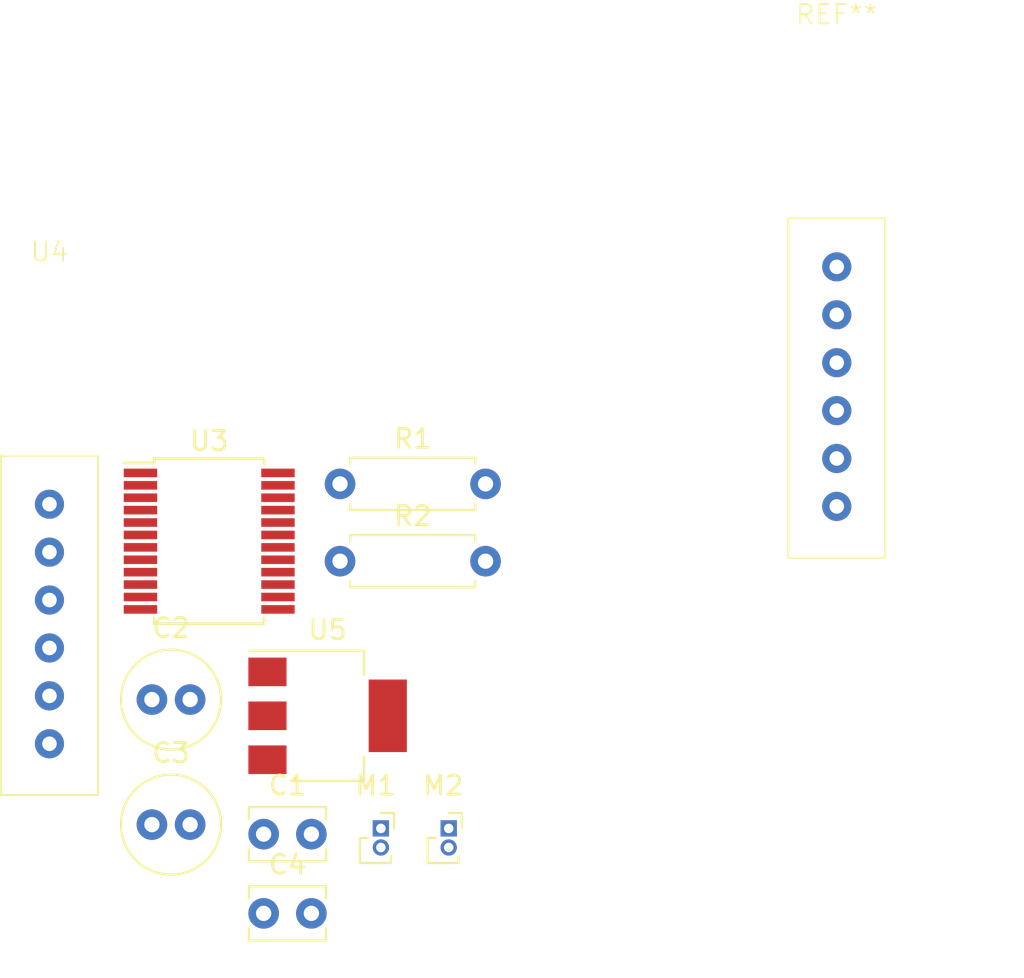
<source format=kicad_pcb>
(kicad_pcb (version 20221018) (generator pcbnew)
  (layers (0 "F.Cu" signal) (31 "B.Cu" signal) (34 "B.Paste" user) (35 "F.Paste" user) (36 "B.SilkS" user "B.Silkscreen") (37 "F.SilkS" user "F.Silkscreen") (38 "B.Mask" user) (39 "F.Mask" user) (44 "Edge.Cuts" user))
  (net 0 "")
  (net 1 "+9V")
  (net 2 "GND")
  (net 3 "+3V3")
  (net 4 "Net-(M1-+)")
  (net 5 "Net-(M1--)")
  (net 6 "Net-(M2-+)")
  (net 7 "Net-(M2--)")
  (net 8 "Echo")
  (net 9 "Net-(U1-ECHO)")
  (net 10 "PWMB")
  (net 11 "BIN2")
  (net 12 "BIN1")
  (net 13 "STBY")
  (net 14 "AIN1")
  (net 15 "AIN2")
  (net 16 "PWMA")
  (net 17 "+5V")
  (net 18 "BT_TXD")
  (net 19 "BT_RXD")
  (net 20 "Net-(U2-Vbat)")
  (footprint "Capacitor_THT:C_Radial_D5.0mm_H11.0mm_P2.00mm" (layer "F.Cu") (at 413.72 275.66)
    (fp_text reference "C3" (at 1 -3.75) (layer "F.SilkS"))
    (fp_text value "10uF")
    (fp_circle (center 1 0) (end 3.62 0) (stroke (width 0.12)) (fill none) (layer "F.SilkS"))
    (pad "1" thru_hole circle (at 0 0) (size 1.6 1.6) (drill 0.8) (layers "*.Cu" "*.Mask") (net 3 "+3V3"))
    (pad "2" thru_hole circle (at 2 0) (size 1.6 1.6) (drill 0.8) (layers "*.Cu" "*.Mask") (net 2 "GND"))
  )
  (footprint "Resistor_THT:R_Axial_DIN0207_L6.3mm_D2.5mm_P7.62mm_Horizontal" (layer "F.Cu") (at 423.57 257.81)
    (fp_text reference "R1" (at 3.81 -2.37) (layer "F.SilkS"))
    (fp_text value "R10K")
    (fp_line (start 0.54 -1.37) (end 7.08 -1.37) (stroke (width 0.12)) (layer "F.SilkS"))
    (fp_line (start 0.54 -1.04) (end 0.54 -1.37) (stroke (width 0.12)) (layer "F.SilkS"))
    (fp_line (start 0.54 1.04) (end 0.54 1.37) (stroke (width 0.12)) (layer "F.SilkS"))
    (fp_line (start 0.54 1.37) (end 7.08 1.37) (stroke (width 0.12)) (layer "F.SilkS"))
    (fp_line (start 7.08 -1.37) (end 7.08 -1.04) (stroke (width 0.12)) (layer "F.SilkS"))
    (fp_line (start 7.08 1.37) (end 7.08 1.04) (stroke (width 0.12)) (layer "F.SilkS"))
    (pad "1" thru_hole circle (at 0 0) (size 1.6 1.6) (drill 0.8) (layers "*.Cu" "*.Mask") (net 8 "Echo"))
    (pad "2" thru_hole oval (at 7.62 0) (size 1.6 1.6) (drill 0.8) (layers "*.Cu" "*.Mask") (net 9 "Net-(U1-ECHO)"))
  )
  (footprint "Capacitor_THT:C_Disc_D3.8mm_W2.6mm_P2.50mm" (layer "F.Cu") (at 419.57 280.31)
    (fp_text reference "C4" (at 1.25 -2.55) (layer "F.SilkS"))
    (fp_text value "0.1uF")
    (fp_line (start -0.77 -1.42) (end -0.77 -0.795) (stroke (width 0.12)) (layer "F.SilkS"))
    (fp_line (start -0.77 -1.42) (end 3.27 -1.42) (stroke (width 0.12)) (layer "F.SilkS"))
    (fp_line (start -0.77 0.795) (end -0.77 1.42) (stroke (width 0.12)) (layer "F.SilkS"))
    (fp_line (start -0.77 1.42) (end 3.27 1.42) (stroke (width 0.12)) (layer "F.SilkS"))
    (fp_line (start 3.27 -1.42) (end 3.27 -0.795) (stroke (width 0.12)) (layer "F.SilkS"))
    (fp_line (start 3.27 0.795) (end 3.27 1.42) (stroke (width 0.12)) (layer "F.SilkS"))
    (pad "1" thru_hole circle (at 0 0) (size 1.6 1.6) (drill 0.8) (layers "*.Cu" "*.Mask") (net 3 "+3V3"))
    (pad "2" thru_hole circle (at 2.5 0) (size 1.6 1.6) (drill 0.8) (layers "*.Cu" "*.Mask") (net 2 "GND"))
  )
  (footprint "Connector_PinSocket_1.00mm:PinSocket_1x02_P1.00mm_Vertical" (layer "F.Cu") (at 429.26 275.86)
    (fp_text reference "M2" (at -0.29 -2.25) (layer "F.SilkS"))
    (fp_text value "Motor_DC")
    (fp_line (start -1.1 0.5) (end -1.1 1.81) (stroke (width 0.12)) (layer "F.SilkS"))
    (fp_line (start -1.1 0.5) (end -0.685 0.5) (stroke (width 0.12)) (layer "F.SilkS"))
    (fp_line (start -1.1 1.81) (end 0.52 1.81) (stroke (width 0.12)) (layer "F.SilkS"))
    (fp_line (start 0 -0.81) (end 0.685 -0.81) (stroke (width 0.12)) (layer "F.SilkS"))
    (fp_line (start 0.52 1.445898) (end 0.52 1.81) (stroke (width 0.12)) (layer "F.SilkS"))
    (fp_line (start 0.685 -0.81) (end 0.685 0) (stroke (width 0.12)) (layer "F.SilkS"))
    (pad "1" thru_hole rect (at 0 0) (size 0.85 0.85) (drill 0.5) (layers "*.Cu" "*.Mask") (net 6 "Net-(M2-+)"))
    (pad "2" thru_hole oval (at 0 1) (size 0.85 0.85) (drill 0.5) (layers "*.Cu" "*.Mask") (net 7 "Net-(M2--)"))
  )
  (footprint "HC-05_Bluetooth_Module:HC-05_Bluetooth_Custom" (layer "F.Cu") (at 449.58 254)
    (fp_text reference "REF**" (at 0 -20.78 unlocked) (layer "F.SilkS") (effects (font (thickness 0.1))))
    (fp_text value "HC-05_Bluetooth_Custom")
    (fp_rect (start -2.54 -10.1) (end 2.54 7.68) (stroke (width 0.1)) (fill none) (layer "F.SilkS"))
    (pad "1" thru_hole circle (at 0 -7.56) (size 1.524 1.524) (drill 0.762) (layers "*.Cu" "*.Mask"))
    (pad "2" thru_hole circle (at 0 -5.05) (size 1.524 1.524) (drill 0.762) (layers "*.Cu" "*.Mask"))
    (pad "3" thru_hole circle (at 0 -2.54) (size 1.524 1.524) (drill 0.762) (layers "*.Cu" "*.Mask"))
    (pad "4" thru_hole circle (at 0 -0.03) (size 1.524 1.524) (drill 0.762) (layers "*.Cu" "*.Mask"))
    (pad "5" thru_hole circle (at 0 2.48) (size 1.524 1.524) (drill 0.762) (layers "*.Cu" "*.Mask"))
    (pad "6" thru_hole circle (at 0 4.99) (size 1.524 1.524) (drill 0.762) (layers "*.Cu" "*.Mask"))
  )
  (footprint "RF:HC-05_Bluetooth_Custom" (layer "F.Cu") (at 408.355 266.435)
    (fp_text reference "U4" (at 0 -20.78 unlocked) (layer "F.SilkS") (effects (font (thickness 0.1))))
    (fp_text value "~")
    (fp_rect (start -2.54 -10.1) (end 2.54 7.68) (stroke (width 0.1)) (fill none) (layer "F.SilkS"))
    (pad "1" thru_hole circle (at 0 -7.56) (size 1.524 1.524) (drill 0.762) (layers "*.Cu" "*.Mask") (net 2 "GND"))
    (pad "2" thru_hole circle (at 0 -5.05) (size 1.524 1.524) (drill 0.762) (layers "*.Cu" "*.Mask") (net 17 "+5V"))
    (pad "3" thru_hole circle (at 0 -2.54) (size 1.524 1.524) (drill 0.762) (layers "*.Cu" "*.Mask") (net 2 "GND"))
    (pad "4" thru_hole circle (at 0 -0.03) (size 1.524 1.524) (drill 0.762) (layers "*.Cu" "*.Mask") (net 18 "BT_TXD"))
    (pad "5" thru_hole circle (at 0 2.48) (size 1.524 1.524) (drill 0.762) (layers "*.Cu" "*.Mask") (net 19 "BT_RXD"))
    (pad "6" thru_hole circle (at 0 4.99) (size 1.524 1.524) (drill 0.762) (layers "*.Cu" "*.Mask") (net 2 "GND"))
  )
  (footprint "Package_TO_SOT_SMD:SOT-223-3_TabPin2" (layer "F.Cu") (at 422.92 269.96)
    (fp_text reference "U5" (at 0 -4.5) (layer "F.SilkS"))
    (fp_text value "LD1117S33TR_SOT223")
    (fp_line (start -4.1 -3.41) (end 1.91 -3.41) (stroke (width 0.12)) (layer "F.SilkS"))
    (fp_line (start -1.85 3.41) (end 1.91 3.41) (stroke (width 0.12)) (layer "F.SilkS"))
    (fp_line (start 1.91 -3.41) (end 1.91 -2.15) (stroke (width 0.12)) (layer "F.SilkS"))
    (fp_line (start 1.91 3.41) (end 1.91 2.15) (stroke (width 0.12)) (layer "F.SilkS"))
    (pad "1" smd rect (at -3.15 -2.3) (size 2 1.5) (layers "F.Cu" "F.Paste" "F.Mask") (net 2 "GND"))
    (pad "2" smd rect (at -3.15 0) (size 2 1.5) (layers "F.Cu" "F.Paste" "F.Mask") (net 20 "Net-(U2-Vbat)"))
    (pad "2" smd rect (at 3.15 0) (size 2 3.8) (layers "F.Cu" "F.Paste" "F.Mask") (net 20 "Net-(U2-Vbat)"))
    (pad "3" smd rect (at -3.15 2.3) (size 2 1.5) (layers "F.Cu" "F.Paste" "F.Mask") (net 1 "+9V"))
  )
  (footprint "Capacitor_THT:C_Radial_D5.0mm_H11.0mm_P2.00mm" (layer "F.Cu") (at 413.72 269.11)
    (fp_text reference "C2" (at 1 -3.75) (layer "F.SilkS"))
    (fp_text value "10uF")
    (fp_circle (center 1 0) (end 3.62 0) (stroke (width 0.12)) (fill none) (layer "F.SilkS"))
    (pad "1" thru_hole circle (at 0 0) (size 1.6 1.6) (drill 0.8) (layers "*.Cu" "*.Mask") (net 1 "+9V"))
    (pad "2" thru_hole circle (at 2 0) (size 1.6 1.6) (drill 0.8) (layers "*.Cu" "*.Mask") (net 2 "GND"))
  )
  (footprint "Capacitor_THT:C_Disc_D3.8mm_W2.6mm_P2.50mm" (layer "F.Cu") (at 419.57 276.16)
    (fp_text reference "C1" (at 1.25 -2.55) (layer "F.SilkS"))
    (fp_text value "0.1uF")
    (fp_line (start -0.77 -1.42) (end -0.77 -0.795) (stroke (width 0.12)) (layer "F.SilkS"))
    (fp_line (start -0.77 -1.42) (end 3.27 -1.42) (stroke (width 0.12)) (layer "F.SilkS"))
    (fp_line (start -0.77 0.795) (end -0.77 1.42) (stroke (width 0.12)) (layer "F.SilkS"))
    (fp_line (start -0.77 1.42) (end 3.27 1.42) (stroke (width 0.12)) (layer "F.SilkS"))
    (fp_line (start 3.27 -1.42) (end 3.27 -0.795) (stroke (width 0.12)) (layer "F.SilkS"))
    (fp_line (start 3.27 0.795) (end 3.27 1.42) (stroke (width 0.12)) (layer "F.SilkS"))
    (pad "1" thru_hole circle (at 0 0) (size 1.6 1.6) (drill 0.8) (layers "*.Cu" "*.Mask") (net 1 "+9V"))
    (pad "2" thru_hole circle (at 2.5 0) (size 1.6 1.6) (drill 0.8) (layers "*.Cu" "*.Mask") (net 2 "GND"))
  )
  (footprint "Resistor_THT:R_Axial_DIN0207_L6.3mm_D2.5mm_P7.62mm_Horizontal" (layer "F.Cu") (at 423.57 261.86)
    (fp_text reference "R2" (at 3.81 -2.37) (layer "F.SilkS"))
    (fp_text value "R10K")
    (fp_line (start 0.54 -1.37) (end 7.08 -1.37) (stroke (width 0.12)) (layer "F.SilkS"))
    (fp_line (start 0.54 -1.04) (end 0.54 -1.37) (stroke (width 0.12)) (layer "F.SilkS"))
    (fp_line (start 0.54 1.04) (end 0.54 1.37) (stroke (width 0.12)) (layer "F.SilkS"))
    (fp_line (start 0.54 1.37) (end 7.08 1.37) (stroke (width 0.12)) (layer "F.SilkS"))
    (fp_line (start 7.08 -1.37) (end 7.08 -1.04) (stroke (width 0.12)) (layer "F.SilkS"))
    (fp_line (start 7.08 1.37) (end 7.08 1.04) (stroke (width 0.12)) (layer "F.SilkS"))
    (pad "1" thru_hole circle (at 0 0) (size 1.6 1.6) (drill 0.8) (layers "*.Cu" "*.Mask") (net 9 "Net-(U1-ECHO)"))
    (pad "2" thru_hole oval (at 7.62 0) (size 1.6 1.6) (drill 0.8) (layers "*.Cu" "*.Mask") (net 2 "GND"))
  )
  (footprint "Connector_PinSocket_1.00mm:PinSocket_1x02_P1.00mm_Vertical" (layer "F.Cu") (at 425.71 275.86)
    (fp_text reference "M1" (at -0.29 -2.25) (layer "F.SilkS"))
    (fp_text value "Motor_DC")
    (fp_line (start -1.1 0.5) (end -1.1 1.81) (stroke (width 0.12)) (layer "F.SilkS"))
    (fp_line (start -1.1 0.5) (end -0.685 0.5) (stroke (width 0.12)) (layer "F.SilkS"))
    (fp_line (start -1.1 1.81) (end 0.52 1.81) (stroke (width 0.12)) (layer "F.SilkS"))
    (fp_line (start 0 -0.81) (end 0.685 -0.81) (stroke (width 0.12)) (layer "F.SilkS"))
    (fp_line (start 0.52 1.445898) (end 0.52 1.81) (stroke (width 0.12)) (layer "F.SilkS"))
    (fp_line (start 0.685 -0.81) (end 0.685 0) (stroke (width 0.12)) (layer "F.SilkS"))
    (pad "1" thru_hole rect (at 0 0) (size 0.85 0.85) (drill 0.5) (layers "*.Cu" "*.Mask") (net 4 "Net-(M1-+)"))
    (pad "2" thru_hole oval (at 0 1) (size 0.85 0.85) (drill 0.5) (layers "*.Cu" "*.Mask") (net 5 "Net-(M1--)"))
  )
  (footprint "Package_SO:SSOP-24_5.3x8.2mm_P0.65mm" (layer "F.Cu") (at 416.72 260.81)
    (fp_text reference "U3" (at 0 -5.25) (layer "F.SilkS"))
    (fp_text value "TB6612FNG")
    (fp_line (start -2.875 -4.325) (end -2.875 -4.1) (stroke (width 0.15)) (layer "F.SilkS"))
    (fp_line (start -2.875 -4.325) (end 2.875 -4.325) (stroke (width 0.15)) (layer "F.SilkS"))
    (fp_line (start -2.875 -4.1) (end -4.475 -4.1) (stroke (width 0.15)) (layer "F.SilkS"))
    (fp_line (start -2.875 4.325) (end -2.875 4.025) (stroke (width 0.15)) (layer "F.SilkS"))
    (fp_line (start -2.875 4.325) (end 2.875 4.325) (stroke (width 0.15)) (layer "F.SilkS"))
    (fp_line (start 2.875 -4.325) (end 2.875 -4.025) (stroke (width 0.15)) (layer "F.SilkS"))
    (fp_line (start 2.875 4.325) (end 2.875 4.025) (stroke (width 0.15)) (layer "F.SilkS"))
    (pad "1" smd rect (at -3.6 -3.575) (size 1.75 0.45) (layers "F.Cu" "F.Paste" "F.Mask") (net 4 "Net-(M1-+)"))
    (pad "2" smd rect (at -3.6 -2.925) (size 1.75 0.45) (layers "F.Cu" "F.Paste" "F.Mask") (net 4 "Net-(M1-+)"))
    (pad "3" smd rect (at -3.6 -2.275) (size 1.75 0.45) (layers "F.Cu" "F.Paste" "F.Mask") (net 2 "GND"))
    (pad "4" smd rect (at -3.6 -1.625) (size 1.75 0.45) (layers "F.Cu" "F.Paste" "F.Mask") (net 2 "GND"))
    (pad "5" smd rect (at -3.6 -0.975) (size 1.75 0.45) (layers "F.Cu" "F.Paste" "F.Mask") (net 5 "Net-(M1--)"))
    (pad "6" smd rect (at -3.6 -0.325) (size 1.75 0.45) (layers "F.Cu" "F.Paste" "F.Mask") (net 5 "Net-(M1--)"))
    (pad "7" smd rect (at -3.6 0.325) (size 1.75 0.45) (layers "F.Cu" "F.Paste" "F.Mask") (net 7 "Net-(M2--)"))
    (pad "8" smd rect (at -3.6 0.975) (size 1.75 0.45) (layers "F.Cu" "F.Paste" "F.Mask") (net 7 "Net-(M2--)"))
    (pad "9" smd rect (at -3.6 1.625) (size 1.75 0.45) (layers "F.Cu" "F.Paste" "F.Mask") (net 2 "GND"))
    (pad "10" smd rect (at -3.6 2.275) (size 1.75 0.45) (layers "F.Cu" "F.Paste" "F.Mask") (net 2 "GND"))
    (pad "11" smd rect (at -3.6 2.925) (size 1.75 0.45) (layers "F.Cu" "F.Paste" "F.Mask") (net 6 "Net-(M2-+)"))
    (pad "12" smd rect (at -3.6 3.575) (size 1.75 0.45) (layers "F.Cu" "F.Paste" "F.Mask") (net 6 "Net-(M2-+)"))
    (pad "13" smd rect (at 3.6 3.575) (size 1.75 0.45) (layers "F.Cu" "F.Paste" "F.Mask") (net 1 "+9V"))
    (pad "14" smd rect (at 3.6 2.925) (size 1.75 0.45) (layers "F.Cu" "F.Paste" "F.Mask") (net 1 "+9V"))
    (pad "15" smd rect (at 3.6 2.275) (size 1.75 0.45) (layers "F.Cu" "F.Paste" "F.Mask") (net 10 "PWMB"))
    (pad "16" smd rect (at 3.6 1.625) (size 1.75 0.45) (layers "F.Cu" "F.Paste" "F.Mask") (net 11 "BIN2"))
    (pad "17" smd rect (at 3.6 0.975) (size 1.75 0.45) (layers "F.Cu" "F.Paste" "F.Mask") (net 12 "BIN1"))
    (pad "18" smd rect (at 3.6 0.325) (size 1.75 0.45) (layers "F.Cu" "F.Paste" "F.Mask") (net 2 "GND"))
    (pad "19" smd rect (at 3.6 -0.325) (size 1.75 0.45) (layers "F.Cu" "F.Paste" "F.Mask") (net 13 "STBY"))
    (pad "20" smd rect (at 3.6 -0.975) (size 1.75 0.45) (layers "F.Cu" "F.Paste" "F.Mask") (net 3 "+3V3"))
    (pad "21" smd rect (at 3.6 -1.625) (size 1.75 0.45) (layers "F.Cu" "F.Paste" "F.Mask") (net 14 "AIN1"))
    (pad "22" smd rect (at 3.6 -2.275) (size 1.75 0.45) (layers "F.Cu" "F.Paste" "F.Mask") (net 15 "AIN2"))
    (pad "23" smd rect (at 3.6 -2.925) (size 1.75 0.45) (layers "F.Cu" "F.Paste" "F.Mask") (net 16 "PWMA"))
    (pad "24" smd rect (at 3.6 -3.575) (size 1.75 0.45) (layers "F.Cu" "F.Paste" "F.Mask") (net 1 "+9V"))
  )
)
</source>
